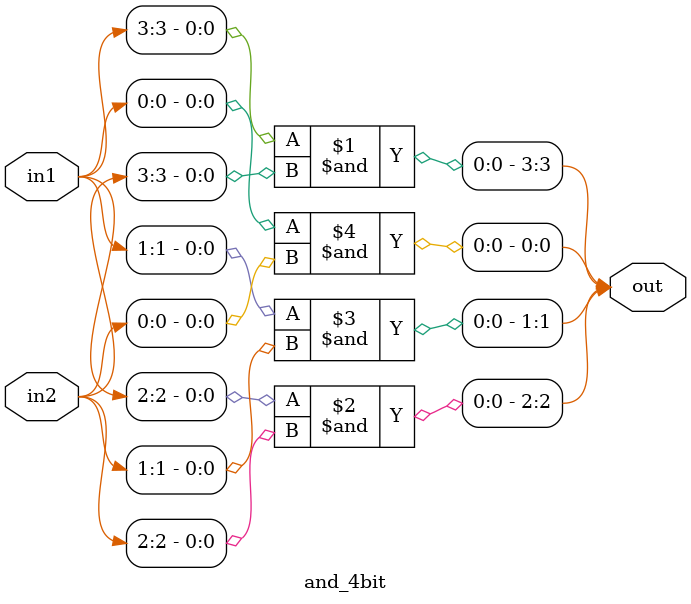
<source format=v>
module and_4bit(out,in1,in2);
input [3:0] in1, in2;
output [3:0] out;

and t1(out[3], in1[3], in2[3]);
and t2(out[2], in1[2], in2[2]);
and t3(out[1], in1[1], in2[1]);
and t4(out[0], in1[0], in2[0]);
	 
endmodule
</source>
